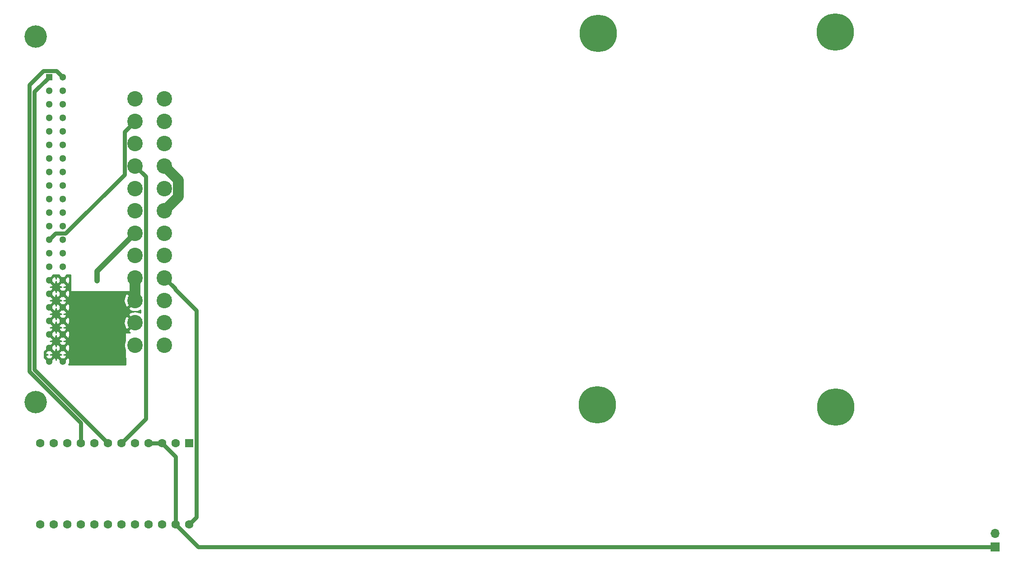
<source format=gbr>
%TF.GenerationSoftware,KiCad,Pcbnew,(5.1.9)-1*%
%TF.CreationDate,2021-07-01T20:44:51-05:00*%
%TF.ProjectId,FM Towns Pico Adapter,464d2054-6f77-46e7-9320-5069636f2041,rev?*%
%TF.SameCoordinates,Original*%
%TF.FileFunction,Copper,L1,Top*%
%TF.FilePolarity,Positive*%
%FSLAX46Y46*%
G04 Gerber Fmt 4.6, Leading zero omitted, Abs format (unit mm)*
G04 Created by KiCad (PCBNEW (5.1.9)-1) date 2021-07-01 20:44:51*
%MOMM*%
%LPD*%
G01*
G04 APERTURE LIST*
%TA.AperFunction,ComponentPad*%
%ADD10C,7.000000*%
%TD*%
%TA.AperFunction,ComponentPad*%
%ADD11C,0.800000*%
%TD*%
%TA.AperFunction,ComponentPad*%
%ADD12C,1.600000*%
%TD*%
%TA.AperFunction,ComponentPad*%
%ADD13R,1.600000X1.600000*%
%TD*%
%TA.AperFunction,ComponentPad*%
%ADD14O,1.700000X1.700000*%
%TD*%
%TA.AperFunction,ComponentPad*%
%ADD15R,1.700000X1.700000*%
%TD*%
%TA.AperFunction,ComponentPad*%
%ADD16C,2.900000*%
%TD*%
%TA.AperFunction,ComponentPad*%
%ADD17C,4.200000*%
%TD*%
%TA.AperFunction,ComponentPad*%
%ADD18C,1.300000*%
%TD*%
%TA.AperFunction,ComponentPad*%
%ADD19R,1.300000X1.300000*%
%TD*%
%TA.AperFunction,ViaPad*%
%ADD20C,0.800000*%
%TD*%
%TA.AperFunction,Conductor*%
%ADD21C,0.750000*%
%TD*%
%TA.AperFunction,Conductor*%
%ADD22C,1.000000*%
%TD*%
%TA.AperFunction,Conductor*%
%ADD23C,2.000000*%
%TD*%
%TA.AperFunction,Conductor*%
%ADD24C,0.254000*%
%TD*%
%TA.AperFunction,Conductor*%
%ADD25C,0.100000*%
%TD*%
G04 APERTURE END LIST*
D10*
%TO.P,PAD2,1*%
%TO.N,N/C*%
X149523500Y-133373000D03*
D11*
X149523500Y-130748000D03*
X151379655Y-131516845D03*
X152148500Y-133373000D03*
X151379655Y-135229155D03*
X149523500Y-135998000D03*
X147667345Y-135229155D03*
X146898500Y-133373000D03*
X147667345Y-131516845D03*
%TD*%
D10*
%TO.P,PAD1,1*%
%TO.N,N/C*%
X194227500Y-133817500D03*
D11*
X194227500Y-131192500D03*
X196083655Y-131961345D03*
X196852500Y-133817500D03*
X196083655Y-135673655D03*
X194227500Y-136442500D03*
X192371345Y-135673655D03*
X191602500Y-133817500D03*
X192371345Y-131961345D03*
%TD*%
D10*
%TO.P,PAD3,1*%
%TO.N,N/C*%
X149714000Y-63713500D03*
D11*
X149714000Y-61088500D03*
X151570155Y-61857345D03*
X152339000Y-63713500D03*
X151570155Y-65569655D03*
X149714000Y-66338500D03*
X147857845Y-65569655D03*
X147089000Y-63713500D03*
X147857845Y-61857345D03*
%TD*%
D10*
%TO.P,PAD4,1*%
%TO.N,N/C*%
X194164000Y-63459500D03*
D11*
X194164000Y-60834500D03*
X196020155Y-61603345D03*
X196789000Y-63459500D03*
X196020155Y-65315655D03*
X194164000Y-66084500D03*
X192307845Y-65315655D03*
X191539000Y-63459500D03*
X192307845Y-61603345D03*
%TD*%
D12*
%TO.P,U1,24*%
%TO.N,/5V_STBY*%
X72993160Y-155795960D03*
%TO.P,U1,23*%
%TO.N,GND*%
X70453160Y-155795960D03*
%TO.P,U1,22*%
%TO.N,Net-(U1-Pad22)*%
X67913160Y-155795960D03*
%TO.P,U1,21*%
%TO.N,Net-(U1-Pad21)*%
X65373160Y-155795960D03*
%TO.P,U1,20*%
%TO.N,Net-(U1-Pad20)*%
X62833160Y-155795960D03*
%TO.P,U1,19*%
%TO.N,Net-(U1-Pad19)*%
X60293160Y-155795960D03*
%TO.P,U1,18*%
%TO.N,Net-(U1-Pad18)*%
X57753160Y-155795960D03*
%TO.P,U1,17*%
%TO.N,Net-(U1-Pad17)*%
X55213160Y-155795960D03*
%TO.P,U1,16*%
%TO.N,Net-(U1-Pad16)*%
X52673160Y-155795960D03*
%TO.P,U1,15*%
%TO.N,Net-(U1-Pad15)*%
X50133160Y-155795960D03*
%TO.P,U1,14*%
%TO.N,Net-(U1-Pad14)*%
X47593160Y-155795960D03*
%TO.P,U1,13*%
%TO.N,Net-(U1-Pad13)*%
X45053160Y-155795960D03*
%TO.P,U1,12*%
%TO.N,Net-(U1-Pad12)*%
X45053160Y-140555960D03*
%TO.P,U1,11*%
%TO.N,Net-(U1-Pad11)*%
X47593160Y-140555960D03*
%TO.P,U1,10*%
%TO.N,Net-(U1-Pad10)*%
X50133160Y-140555960D03*
%TO.P,U1,9*%
%TO.N,/FM_PS_ON_N*%
X52673160Y-140555960D03*
%TO.P,U1,8*%
%TO.N,Net-(U1-Pad8)*%
X55213160Y-140555960D03*
%TO.P,U1,7*%
%TO.N,/FM_PS_OFF_N*%
X57753160Y-140555960D03*
%TO.P,U1,6*%
%TO.N,/PS_ON*%
X60293160Y-140555960D03*
%TO.P,U1,5*%
%TO.N,Net-(U1-Pad5)*%
X62833160Y-140555960D03*
%TO.P,U1,4*%
%TO.N,GND*%
X65373160Y-140555960D03*
%TO.P,U1,3*%
X67913160Y-140555960D03*
%TO.P,U1,2*%
%TO.N,Net-(U1-Pad2)*%
X70453160Y-140555960D03*
D13*
%TO.P,U1,1*%
%TO.N,Net-(U1-Pad1)*%
X72993160Y-140555960D03*
%TD*%
D14*
%TO.P,STOCK_FAN,2*%
%TO.N,+12V*%
X224140000Y-157510000D03*
D15*
%TO.P,STOCK_FAN,1*%
%TO.N,GND*%
X224140000Y-160050000D03*
%TD*%
D16*
%TO.P,J1,24*%
%TO.N,GND*%
X62857140Y-122170600D03*
%TO.P,J1,23*%
%TO.N,+5V*%
X62857140Y-117970600D03*
%TO.P,J1,22*%
X62857140Y-113770600D03*
%TO.P,J1,21*%
X62857140Y-109570600D03*
%TO.P,J1,20*%
%TO.N,Net-(J1-Pad20)*%
X62857140Y-105370600D03*
%TO.P,J1,19*%
%TO.N,GND*%
X62857140Y-101170600D03*
%TO.P,J1,18*%
X62857140Y-96970600D03*
%TO.P,J1,17*%
X62857140Y-92770600D03*
%TO.P,J1,16*%
%TO.N,/PS_ON*%
X62857140Y-88570600D03*
%TO.P,J1,15*%
%TO.N,GND*%
X62857140Y-84370600D03*
%TO.P,J1,14*%
%TO.N,-12V*%
X62857140Y-80170600D03*
%TO.P,J1,13*%
%TO.N,Net-(J1-Pad13)*%
X62857140Y-75970600D03*
%TO.P,J1,12*%
%TO.N,Net-(J1-Pad12)*%
X68357140Y-122170600D03*
%TO.P,J1,11*%
%TO.N,+12V*%
X68357140Y-117970600D03*
%TO.P,J1,10*%
X68357140Y-113770600D03*
%TO.P,J1,9*%
%TO.N,/5V_STBY*%
X68357140Y-109570600D03*
%TO.P,J1,8*%
%TO.N,Net-(J1-Pad8)*%
X68357140Y-105370600D03*
%TO.P,J1,7*%
%TO.N,GND*%
X68357140Y-101170600D03*
%TO.P,J1,6*%
%TO.N,+5V*%
X68357140Y-96970600D03*
%TO.P,J1,5*%
%TO.N,GND*%
X68357140Y-92770600D03*
%TO.P,J1,4*%
%TO.N,+5V*%
X68357140Y-88570600D03*
%TO.P,J1,3*%
%TO.N,GND*%
X68357140Y-84370600D03*
%TO.P,J1,2*%
%TO.N,Net-(J1-Pad2)*%
X68357140Y-80170600D03*
%TO.P,J1,1*%
%TO.N,Net-(J1-Pad1)*%
X68357140Y-75970600D03*
%TD*%
D17*
%TO.P,J2,MH2*%
%TO.N,Net-(J2-PadMH2)*%
X44196000Y-132842000D03*
%TO.P,J2,MH1*%
%TO.N,Net-(J2-PadMH1)*%
X44196000Y-64262000D03*
D18*
%TO.P,J2,B22*%
%TO.N,+5V*%
X49276000Y-125222000D03*
%TO.P,J2,B21*%
X49276000Y-122682000D03*
%TO.P,J2,B20*%
X49276000Y-120142000D03*
%TO.P,J2,B19*%
X49276000Y-117602000D03*
%TO.P,J2,B18*%
X49276000Y-115062000D03*
%TO.P,J2,B17*%
X49276000Y-112522000D03*
%TO.P,J2,B16*%
X49276000Y-109982000D03*
%TO.P,J2,B15*%
%TO.N,+12V*%
X49276000Y-107442000D03*
%TO.P,J2,B14*%
X49276000Y-104902000D03*
%TO.P,J2,B13*%
X49276000Y-102362000D03*
%TO.P,J2,B12*%
%TO.N,GND*%
X49276000Y-99822000D03*
%TO.P,J2,B11*%
X49276000Y-97282000D03*
%TO.P,J2,B10*%
X49276000Y-94742000D03*
%TO.P,J2,B9*%
X49276000Y-92202000D03*
%TO.P,J2,B8*%
X49276000Y-89662000D03*
%TO.P,J2,B7*%
X49276000Y-87122000D03*
%TO.P,J2,B6*%
X49276000Y-84582000D03*
%TO.P,J2,B5*%
X49276000Y-82042000D03*
%TO.P,J2,B4*%
X49276000Y-79502000D03*
%TO.P,J2,B3*%
X49276000Y-76962000D03*
%TO.P,J2,B2*%
X49276000Y-74422000D03*
%TO.P,J2,B1*%
%TO.N,/FM_PS_ON_N*%
X49276000Y-71882000D03*
%TO.P,J2,A22*%
%TO.N,+5V*%
X46736000Y-125222000D03*
%TO.P,J2,A21*%
X46736000Y-122682000D03*
%TO.P,J2,A20*%
X46736000Y-120142000D03*
%TO.P,J2,A19*%
X46736000Y-117602000D03*
%TO.P,J2,A18*%
X46736000Y-115062000D03*
%TO.P,J2,A17*%
X46736000Y-112522000D03*
%TO.P,J2,A16*%
X46736000Y-109982000D03*
%TO.P,J2,A15*%
%TO.N,+12V*%
X46736000Y-107442000D03*
%TO.P,J2,A14*%
X46736000Y-104902000D03*
%TO.P,J2,A13*%
%TO.N,-12V*%
X46736000Y-102362000D03*
%TO.P,J2,A12*%
%TO.N,GND*%
X46736000Y-99822000D03*
%TO.P,J2,A11*%
X46736000Y-97282000D03*
%TO.P,J2,A10*%
X46736000Y-94742000D03*
%TO.P,J2,A9*%
X46736000Y-92202000D03*
%TO.P,J2,A8*%
X46736000Y-89662000D03*
%TO.P,J2,A7*%
X46736000Y-87122000D03*
%TO.P,J2,A6*%
X46736000Y-84582000D03*
%TO.P,J2,A5*%
X46736000Y-82042000D03*
%TO.P,J2,A4*%
X46736000Y-79502000D03*
%TO.P,J2,A3*%
X46736000Y-76962000D03*
%TO.P,J2,A2*%
X46736000Y-74422000D03*
D19*
%TO.P,J2,A1*%
%TO.N,/FM_PS_OFF_N*%
X46736000Y-71882000D03*
%TD*%
D20*
%TO.N,GND*%
X55758080Y-110088680D03*
%TD*%
D21*
%TO.N,GND*%
X70453160Y-143095960D02*
X67913160Y-140555960D01*
X70453160Y-155795960D02*
X70453160Y-143095960D01*
X67913160Y-140555960D02*
X65373160Y-140555960D01*
X74707200Y-160050000D02*
X224140000Y-160050000D01*
X70453160Y-155795960D02*
X74707200Y-160050000D01*
D22*
X55758080Y-108269660D02*
X62857140Y-101170600D01*
X55758080Y-110088680D02*
X55758080Y-108269660D01*
D23*
%TO.N,+5V*%
X70959541Y-94368199D02*
X68357140Y-96970600D01*
X70959541Y-91173001D02*
X70959541Y-94368199D01*
X68357140Y-88570600D02*
X70959541Y-91173001D01*
X62857140Y-109570600D02*
X62857140Y-113770600D01*
D21*
%TO.N,-12V*%
X47913401Y-101184599D02*
X46736000Y-102362000D01*
X49841153Y-101184599D02*
X47913401Y-101184599D01*
X60879739Y-90146013D02*
X49841153Y-101184599D01*
X60879739Y-82148001D02*
X60879739Y-90146013D01*
X62857140Y-80170600D02*
X60879739Y-82148001D01*
%TO.N,/5V_STBY*%
X70334541Y-111548001D02*
X70334541Y-111675581D01*
X68357140Y-109570600D02*
X70334541Y-111548001D01*
X74320561Y-154468559D02*
X72993160Y-155795960D01*
X74320561Y-115661601D02*
X74320561Y-154468559D01*
X70334541Y-111675581D02*
X74320561Y-115661601D01*
%TO.N,/FM_PS_ON_N*%
X48098599Y-70704599D02*
X49276000Y-71882000D01*
X45664079Y-70704599D02*
X48098599Y-70704599D01*
X43025550Y-73343128D02*
X45664079Y-70704599D01*
X43025550Y-127104550D02*
X43025550Y-73343128D01*
X52673160Y-136752160D02*
X43025550Y-127104550D01*
X52673160Y-140555960D02*
X52673160Y-136752160D01*
%TO.N,/FM_PS_OFF_N*%
X57753160Y-140555960D02*
X43927960Y-126730760D01*
X43927960Y-124440880D02*
X43967400Y-124401440D01*
X43927960Y-126730760D02*
X43927960Y-124440880D01*
X43967400Y-74650600D02*
X46736000Y-71882000D01*
X43967400Y-124401440D02*
X43967400Y-74650600D01*
%TO.N,/PS_ON*%
X64834541Y-90548001D02*
X62857140Y-88570600D01*
X64834541Y-136014579D02*
X64834541Y-90548001D01*
X60293160Y-140555960D02*
X64834541Y-136014579D01*
%TD*%
D24*
%TO.N,+5V*%
X48601274Y-108962851D02*
X48570078Y-109096473D01*
X49276000Y-109802395D01*
X49981922Y-109096473D01*
X49953318Y-108973956D01*
X50714460Y-108980208D01*
X50733963Y-111969109D01*
X50736565Y-111993869D01*
X50743947Y-112017645D01*
X50755826Y-112039525D01*
X50771745Y-112058667D01*
X50791093Y-112074335D01*
X50813126Y-112085927D01*
X50836997Y-112092999D01*
X50861201Y-112095280D01*
X61696563Y-112074735D01*
X61580693Y-112314548D01*
X62857140Y-113590995D01*
X62871283Y-113576853D01*
X63050888Y-113756458D01*
X63036745Y-113770600D01*
X63050888Y-113784743D01*
X62871283Y-113964348D01*
X62857140Y-113950205D01*
X61580693Y-115226652D01*
X61730688Y-115537093D01*
X62096959Y-115722911D01*
X62492443Y-115833701D01*
X62901941Y-115865209D01*
X63309717Y-115816221D01*
X63700102Y-115688621D01*
X63824541Y-115622107D01*
X63824541Y-116123417D01*
X63617321Y-116018289D01*
X63221837Y-115907499D01*
X62812339Y-115875991D01*
X62404563Y-115924979D01*
X62014178Y-116052579D01*
X61730688Y-116204107D01*
X61580693Y-116514548D01*
X62857140Y-117790995D01*
X62871283Y-117776853D01*
X63050888Y-117956458D01*
X63036745Y-117970600D01*
X63050888Y-117984743D01*
X62871283Y-118164348D01*
X62857140Y-118150205D01*
X61580693Y-119426652D01*
X61730688Y-119737093D01*
X61872141Y-119808856D01*
X61078806Y-119796575D01*
X61053994Y-119798632D01*
X61030061Y-119805489D01*
X61007925Y-119816884D01*
X60988438Y-119832378D01*
X60972348Y-119851377D01*
X60960274Y-119873149D01*
X60952679Y-119896859D01*
X60949853Y-119925377D01*
X60969238Y-121280032D01*
X60852266Y-121562428D01*
X60772140Y-121965245D01*
X60772140Y-122375955D01*
X60852266Y-122778772D01*
X60995638Y-123124903D01*
X61034370Y-125831600D01*
X50409976Y-125831600D01*
X50496095Y-125644626D01*
X50555102Y-125398476D01*
X50564952Y-125145545D01*
X50525270Y-124895551D01*
X50437578Y-124658104D01*
X50390201Y-124569466D01*
X50161527Y-124516078D01*
X49455605Y-125222000D01*
X49469748Y-125236143D01*
X49290143Y-125415748D01*
X49276000Y-125401605D01*
X49261858Y-125415748D01*
X49082253Y-125236143D01*
X49096395Y-125222000D01*
X48390473Y-124516078D01*
X48161799Y-124569466D01*
X48055905Y-124799374D01*
X48004224Y-125014962D01*
X47985270Y-124895551D01*
X47897578Y-124658104D01*
X47850201Y-124569466D01*
X47621527Y-124516078D01*
X46915605Y-125222000D01*
X46929748Y-125236143D01*
X46750143Y-125415748D01*
X46736000Y-125401605D01*
X46721858Y-125415748D01*
X46542253Y-125236143D01*
X46556395Y-125222000D01*
X45850473Y-124516078D01*
X45805588Y-124526557D01*
X45822069Y-123567527D01*
X46030078Y-123567527D01*
X46083466Y-123796201D01*
X46313374Y-123902095D01*
X46528962Y-123953776D01*
X46409551Y-123972730D01*
X46172104Y-124060422D01*
X46083466Y-124107799D01*
X46030078Y-124336473D01*
X46736000Y-125042395D01*
X47441922Y-124336473D01*
X47388534Y-124107799D01*
X47158626Y-124001905D01*
X46943038Y-123950224D01*
X47062449Y-123931270D01*
X47299896Y-123843578D01*
X47388534Y-123796201D01*
X47441922Y-123567527D01*
X48570078Y-123567527D01*
X48623466Y-123796201D01*
X48853374Y-123902095D01*
X49068962Y-123953776D01*
X48949551Y-123972730D01*
X48712104Y-124060422D01*
X48623466Y-124107799D01*
X48570078Y-124336473D01*
X49276000Y-125042395D01*
X49981922Y-124336473D01*
X49928534Y-124107799D01*
X49698626Y-124001905D01*
X49483038Y-123950224D01*
X49602449Y-123931270D01*
X49839896Y-123843578D01*
X49928534Y-123796201D01*
X49981922Y-123567527D01*
X49276000Y-122861605D01*
X48570078Y-123567527D01*
X47441922Y-123567527D01*
X46736000Y-122861605D01*
X46030078Y-123567527D01*
X45822069Y-123567527D01*
X45825257Y-123382035D01*
X45850473Y-123387922D01*
X46556395Y-122682000D01*
X46915605Y-122682000D01*
X47621527Y-123387922D01*
X47850201Y-123334534D01*
X47956095Y-123104626D01*
X48007776Y-122889038D01*
X48026730Y-123008449D01*
X48114422Y-123245896D01*
X48161799Y-123334534D01*
X48390473Y-123387922D01*
X49096395Y-122682000D01*
X49455605Y-122682000D01*
X50161527Y-123387922D01*
X50390201Y-123334534D01*
X50496095Y-123104626D01*
X50555102Y-122858476D01*
X50564952Y-122605545D01*
X50525270Y-122355551D01*
X50437578Y-122118104D01*
X50390201Y-122029466D01*
X50161527Y-121976078D01*
X49455605Y-122682000D01*
X49096395Y-122682000D01*
X48390473Y-121976078D01*
X48161799Y-122029466D01*
X48055905Y-122259374D01*
X48004224Y-122474962D01*
X47985270Y-122355551D01*
X47897578Y-122118104D01*
X47850201Y-122029466D01*
X47621527Y-121976078D01*
X46915605Y-122682000D01*
X46556395Y-122682000D01*
X46542253Y-122667858D01*
X46721858Y-122488253D01*
X46736000Y-122502395D01*
X47441922Y-121796473D01*
X47388534Y-121567799D01*
X47158626Y-121461905D01*
X46943038Y-121410224D01*
X47062449Y-121391270D01*
X47299896Y-121303578D01*
X47388534Y-121256201D01*
X47441922Y-121027527D01*
X48570078Y-121027527D01*
X48623466Y-121256201D01*
X48853374Y-121362095D01*
X49068962Y-121413776D01*
X48949551Y-121432730D01*
X48712104Y-121520422D01*
X48623466Y-121567799D01*
X48570078Y-121796473D01*
X49276000Y-122502395D01*
X49981922Y-121796473D01*
X49928534Y-121567799D01*
X49698626Y-121461905D01*
X49483038Y-121410224D01*
X49602449Y-121391270D01*
X49839896Y-121303578D01*
X49928534Y-121256201D01*
X49981922Y-121027527D01*
X49276000Y-120321605D01*
X48570078Y-121027527D01*
X47441922Y-121027527D01*
X46736000Y-120321605D01*
X46721858Y-120335748D01*
X46542253Y-120156143D01*
X46556395Y-120142000D01*
X46915605Y-120142000D01*
X47621527Y-120847922D01*
X47850201Y-120794534D01*
X47956095Y-120564626D01*
X48007776Y-120349038D01*
X48026730Y-120468449D01*
X48114422Y-120705896D01*
X48161799Y-120794534D01*
X48390473Y-120847922D01*
X49096395Y-120142000D01*
X49455605Y-120142000D01*
X50161527Y-120847922D01*
X50390201Y-120794534D01*
X50496095Y-120564626D01*
X50555102Y-120318476D01*
X50564952Y-120065545D01*
X50525270Y-119815551D01*
X50437578Y-119578104D01*
X50390201Y-119489466D01*
X50161527Y-119436078D01*
X49455605Y-120142000D01*
X49096395Y-120142000D01*
X48390473Y-119436078D01*
X48161799Y-119489466D01*
X48055905Y-119719374D01*
X48004224Y-119934962D01*
X47985270Y-119815551D01*
X47897578Y-119578104D01*
X47850201Y-119489466D01*
X47621527Y-119436078D01*
X46915605Y-120142000D01*
X46556395Y-120142000D01*
X46542253Y-120127858D01*
X46721858Y-119948253D01*
X46736000Y-119962395D01*
X47441922Y-119256473D01*
X47388534Y-119027799D01*
X47158626Y-118921905D01*
X46943038Y-118870224D01*
X47062449Y-118851270D01*
X47299896Y-118763578D01*
X47388534Y-118716201D01*
X47441922Y-118487527D01*
X48570078Y-118487527D01*
X48623466Y-118716201D01*
X48853374Y-118822095D01*
X49068962Y-118873776D01*
X48949551Y-118892730D01*
X48712104Y-118980422D01*
X48623466Y-119027799D01*
X48570078Y-119256473D01*
X49276000Y-119962395D01*
X49981922Y-119256473D01*
X49928534Y-119027799D01*
X49698626Y-118921905D01*
X49483038Y-118870224D01*
X49602449Y-118851270D01*
X49839896Y-118763578D01*
X49928534Y-118716201D01*
X49981922Y-118487527D01*
X49276000Y-117781605D01*
X48570078Y-118487527D01*
X47441922Y-118487527D01*
X46736000Y-117781605D01*
X46721858Y-117795748D01*
X46542253Y-117616143D01*
X46556395Y-117602000D01*
X46915605Y-117602000D01*
X47621527Y-118307922D01*
X47850201Y-118254534D01*
X47956095Y-118024626D01*
X48007776Y-117809038D01*
X48026730Y-117928449D01*
X48114422Y-118165896D01*
X48161799Y-118254534D01*
X48390473Y-118307922D01*
X49096395Y-117602000D01*
X49455605Y-117602000D01*
X50161527Y-118307922D01*
X50390201Y-118254534D01*
X50496095Y-118024626D01*
X50498306Y-118015401D01*
X60762531Y-118015401D01*
X60811519Y-118423177D01*
X60939119Y-118813562D01*
X61090647Y-119097052D01*
X61401088Y-119247047D01*
X62677535Y-117970600D01*
X61401088Y-116694153D01*
X61090647Y-116844148D01*
X60904829Y-117210419D01*
X60794039Y-117605903D01*
X60762531Y-118015401D01*
X50498306Y-118015401D01*
X50555102Y-117778476D01*
X50564952Y-117525545D01*
X50525270Y-117275551D01*
X50437578Y-117038104D01*
X50390201Y-116949466D01*
X50161527Y-116896078D01*
X49455605Y-117602000D01*
X49096395Y-117602000D01*
X48390473Y-116896078D01*
X48161799Y-116949466D01*
X48055905Y-117179374D01*
X48004224Y-117394962D01*
X47985270Y-117275551D01*
X47897578Y-117038104D01*
X47850201Y-116949466D01*
X47621527Y-116896078D01*
X46915605Y-117602000D01*
X46556395Y-117602000D01*
X46542253Y-117587858D01*
X46721858Y-117408253D01*
X46736000Y-117422395D01*
X47441922Y-116716473D01*
X47388534Y-116487799D01*
X47158626Y-116381905D01*
X46943038Y-116330224D01*
X47062449Y-116311270D01*
X47299896Y-116223578D01*
X47388534Y-116176201D01*
X47441922Y-115947527D01*
X48570078Y-115947527D01*
X48623466Y-116176201D01*
X48853374Y-116282095D01*
X49068962Y-116333776D01*
X48949551Y-116352730D01*
X48712104Y-116440422D01*
X48623466Y-116487799D01*
X48570078Y-116716473D01*
X49276000Y-117422395D01*
X49981922Y-116716473D01*
X49928534Y-116487799D01*
X49698626Y-116381905D01*
X49483038Y-116330224D01*
X49602449Y-116311270D01*
X49839896Y-116223578D01*
X49928534Y-116176201D01*
X49981922Y-115947527D01*
X49276000Y-115241605D01*
X48570078Y-115947527D01*
X47441922Y-115947527D01*
X46736000Y-115241605D01*
X46721858Y-115255748D01*
X46542253Y-115076143D01*
X46556395Y-115062000D01*
X46915605Y-115062000D01*
X47621527Y-115767922D01*
X47850201Y-115714534D01*
X47956095Y-115484626D01*
X48007776Y-115269038D01*
X48026730Y-115388449D01*
X48114422Y-115625896D01*
X48161799Y-115714534D01*
X48390473Y-115767922D01*
X49096395Y-115062000D01*
X49455605Y-115062000D01*
X50161527Y-115767922D01*
X50390201Y-115714534D01*
X50496095Y-115484626D01*
X50555102Y-115238476D01*
X50564952Y-114985545D01*
X50525270Y-114735551D01*
X50437578Y-114498104D01*
X50390201Y-114409466D01*
X50161527Y-114356078D01*
X49455605Y-115062000D01*
X49096395Y-115062000D01*
X48390473Y-114356078D01*
X48161799Y-114409466D01*
X48055905Y-114639374D01*
X48004224Y-114854962D01*
X47985270Y-114735551D01*
X47897578Y-114498104D01*
X47850201Y-114409466D01*
X47621527Y-114356078D01*
X46915605Y-115062000D01*
X46556395Y-115062000D01*
X46542253Y-115047858D01*
X46721858Y-114868253D01*
X46736000Y-114882395D01*
X47441922Y-114176473D01*
X47388534Y-113947799D01*
X47158626Y-113841905D01*
X46943038Y-113790224D01*
X47062449Y-113771270D01*
X47299896Y-113683578D01*
X47388534Y-113636201D01*
X47441922Y-113407527D01*
X48570078Y-113407527D01*
X48623466Y-113636201D01*
X48853374Y-113742095D01*
X49068962Y-113793776D01*
X48949551Y-113812730D01*
X48712104Y-113900422D01*
X48623466Y-113947799D01*
X48570078Y-114176473D01*
X49276000Y-114882395D01*
X49981922Y-114176473D01*
X49928534Y-113947799D01*
X49698626Y-113841905D01*
X49588065Y-113815401D01*
X60762531Y-113815401D01*
X60811519Y-114223177D01*
X60939119Y-114613562D01*
X61090647Y-114897052D01*
X61401088Y-115047047D01*
X62677535Y-113770600D01*
X61401088Y-112494153D01*
X61090647Y-112644148D01*
X60904829Y-113010419D01*
X60794039Y-113405903D01*
X60762531Y-113815401D01*
X49588065Y-113815401D01*
X49483038Y-113790224D01*
X49602449Y-113771270D01*
X49839896Y-113683578D01*
X49928534Y-113636201D01*
X49981922Y-113407527D01*
X49276000Y-112701605D01*
X48570078Y-113407527D01*
X47441922Y-113407527D01*
X46736000Y-112701605D01*
X46721858Y-112715748D01*
X46542253Y-112536143D01*
X46556395Y-112522000D01*
X46915605Y-112522000D01*
X47621527Y-113227922D01*
X47850201Y-113174534D01*
X47956095Y-112944626D01*
X48007776Y-112729038D01*
X48026730Y-112848449D01*
X48114422Y-113085896D01*
X48161799Y-113174534D01*
X48390473Y-113227922D01*
X49096395Y-112522000D01*
X49455605Y-112522000D01*
X50161527Y-113227922D01*
X50390201Y-113174534D01*
X50496095Y-112944626D01*
X50555102Y-112698476D01*
X50564952Y-112445545D01*
X50525270Y-112195551D01*
X50437578Y-111958104D01*
X50390201Y-111869466D01*
X50161527Y-111816078D01*
X49455605Y-112522000D01*
X49096395Y-112522000D01*
X48390473Y-111816078D01*
X48161799Y-111869466D01*
X48055905Y-112099374D01*
X48004224Y-112314962D01*
X47985270Y-112195551D01*
X47897578Y-111958104D01*
X47850201Y-111869466D01*
X47621527Y-111816078D01*
X46915605Y-112522000D01*
X46556395Y-112522000D01*
X46542253Y-112507858D01*
X46721858Y-112328253D01*
X46736000Y-112342395D01*
X47441922Y-111636473D01*
X47388534Y-111407799D01*
X47158626Y-111301905D01*
X46943038Y-111250224D01*
X47062449Y-111231270D01*
X47299896Y-111143578D01*
X47388534Y-111096201D01*
X47441922Y-110867527D01*
X48570078Y-110867527D01*
X48623466Y-111096201D01*
X48853374Y-111202095D01*
X49068962Y-111253776D01*
X48949551Y-111272730D01*
X48712104Y-111360422D01*
X48623466Y-111407799D01*
X48570078Y-111636473D01*
X49276000Y-112342395D01*
X49981922Y-111636473D01*
X49928534Y-111407799D01*
X49698626Y-111301905D01*
X49483038Y-111250224D01*
X49602449Y-111231270D01*
X49839896Y-111143578D01*
X49928534Y-111096201D01*
X49981922Y-110867527D01*
X49276000Y-110161605D01*
X48570078Y-110867527D01*
X47441922Y-110867527D01*
X46736000Y-110161605D01*
X46721858Y-110175748D01*
X46542253Y-109996143D01*
X46556395Y-109982000D01*
X46915605Y-109982000D01*
X47621527Y-110687922D01*
X47850201Y-110634534D01*
X47956095Y-110404626D01*
X48007776Y-110189038D01*
X48026730Y-110308449D01*
X48114422Y-110545896D01*
X48161799Y-110634534D01*
X48390473Y-110687922D01*
X49096395Y-109982000D01*
X49455605Y-109982000D01*
X50161527Y-110687922D01*
X50390201Y-110634534D01*
X50496095Y-110404626D01*
X50555102Y-110158476D01*
X50564952Y-109905545D01*
X50525270Y-109655551D01*
X50437578Y-109418104D01*
X50390201Y-109329466D01*
X50161527Y-109276078D01*
X49455605Y-109982000D01*
X49096395Y-109982000D01*
X48390473Y-109276078D01*
X48161799Y-109329466D01*
X48055905Y-109559374D01*
X48004224Y-109774962D01*
X47985270Y-109655551D01*
X47897578Y-109418104D01*
X47850201Y-109329466D01*
X47621527Y-109276078D01*
X46915605Y-109982000D01*
X46556395Y-109982000D01*
X46542253Y-109967858D01*
X46721858Y-109788253D01*
X46736000Y-109802395D01*
X47441922Y-109096473D01*
X47408438Y-108953054D01*
X48601274Y-108962851D01*
%TA.AperFunction,Conductor*%
D25*
G36*
X48601274Y-108962851D02*
G01*
X48570078Y-109096473D01*
X49276000Y-109802395D01*
X49981922Y-109096473D01*
X49953318Y-108973956D01*
X50714460Y-108980208D01*
X50733963Y-111969109D01*
X50736565Y-111993869D01*
X50743947Y-112017645D01*
X50755826Y-112039525D01*
X50771745Y-112058667D01*
X50791093Y-112074335D01*
X50813126Y-112085927D01*
X50836997Y-112092999D01*
X50861201Y-112095280D01*
X61696563Y-112074735D01*
X61580693Y-112314548D01*
X62857140Y-113590995D01*
X62871283Y-113576853D01*
X63050888Y-113756458D01*
X63036745Y-113770600D01*
X63050888Y-113784743D01*
X62871283Y-113964348D01*
X62857140Y-113950205D01*
X61580693Y-115226652D01*
X61730688Y-115537093D01*
X62096959Y-115722911D01*
X62492443Y-115833701D01*
X62901941Y-115865209D01*
X63309717Y-115816221D01*
X63700102Y-115688621D01*
X63824541Y-115622107D01*
X63824541Y-116123417D01*
X63617321Y-116018289D01*
X63221837Y-115907499D01*
X62812339Y-115875991D01*
X62404563Y-115924979D01*
X62014178Y-116052579D01*
X61730688Y-116204107D01*
X61580693Y-116514548D01*
X62857140Y-117790995D01*
X62871283Y-117776853D01*
X63050888Y-117956458D01*
X63036745Y-117970600D01*
X63050888Y-117984743D01*
X62871283Y-118164348D01*
X62857140Y-118150205D01*
X61580693Y-119426652D01*
X61730688Y-119737093D01*
X61872141Y-119808856D01*
X61078806Y-119796575D01*
X61053994Y-119798632D01*
X61030061Y-119805489D01*
X61007925Y-119816884D01*
X60988438Y-119832378D01*
X60972348Y-119851377D01*
X60960274Y-119873149D01*
X60952679Y-119896859D01*
X60949853Y-119925377D01*
X60969238Y-121280032D01*
X60852266Y-121562428D01*
X60772140Y-121965245D01*
X60772140Y-122375955D01*
X60852266Y-122778772D01*
X60995638Y-123124903D01*
X61034370Y-125831600D01*
X50409976Y-125831600D01*
X50496095Y-125644626D01*
X50555102Y-125398476D01*
X50564952Y-125145545D01*
X50525270Y-124895551D01*
X50437578Y-124658104D01*
X50390201Y-124569466D01*
X50161527Y-124516078D01*
X49455605Y-125222000D01*
X49469748Y-125236143D01*
X49290143Y-125415748D01*
X49276000Y-125401605D01*
X49261858Y-125415748D01*
X49082253Y-125236143D01*
X49096395Y-125222000D01*
X48390473Y-124516078D01*
X48161799Y-124569466D01*
X48055905Y-124799374D01*
X48004224Y-125014962D01*
X47985270Y-124895551D01*
X47897578Y-124658104D01*
X47850201Y-124569466D01*
X47621527Y-124516078D01*
X46915605Y-125222000D01*
X46929748Y-125236143D01*
X46750143Y-125415748D01*
X46736000Y-125401605D01*
X46721858Y-125415748D01*
X46542253Y-125236143D01*
X46556395Y-125222000D01*
X45850473Y-124516078D01*
X45805588Y-124526557D01*
X45822069Y-123567527D01*
X46030078Y-123567527D01*
X46083466Y-123796201D01*
X46313374Y-123902095D01*
X46528962Y-123953776D01*
X46409551Y-123972730D01*
X46172104Y-124060422D01*
X46083466Y-124107799D01*
X46030078Y-124336473D01*
X46736000Y-125042395D01*
X47441922Y-124336473D01*
X47388534Y-124107799D01*
X47158626Y-124001905D01*
X46943038Y-123950224D01*
X47062449Y-123931270D01*
X47299896Y-123843578D01*
X47388534Y-123796201D01*
X47441922Y-123567527D01*
X48570078Y-123567527D01*
X48623466Y-123796201D01*
X48853374Y-123902095D01*
X49068962Y-123953776D01*
X48949551Y-123972730D01*
X48712104Y-124060422D01*
X48623466Y-124107799D01*
X48570078Y-124336473D01*
X49276000Y-125042395D01*
X49981922Y-124336473D01*
X49928534Y-124107799D01*
X49698626Y-124001905D01*
X49483038Y-123950224D01*
X49602449Y-123931270D01*
X49839896Y-123843578D01*
X49928534Y-123796201D01*
X49981922Y-123567527D01*
X49276000Y-122861605D01*
X48570078Y-123567527D01*
X47441922Y-123567527D01*
X46736000Y-122861605D01*
X46030078Y-123567527D01*
X45822069Y-123567527D01*
X45825257Y-123382035D01*
X45850473Y-123387922D01*
X46556395Y-122682000D01*
X46915605Y-122682000D01*
X47621527Y-123387922D01*
X47850201Y-123334534D01*
X47956095Y-123104626D01*
X48007776Y-122889038D01*
X48026730Y-123008449D01*
X48114422Y-123245896D01*
X48161799Y-123334534D01*
X48390473Y-123387922D01*
X49096395Y-122682000D01*
X49455605Y-122682000D01*
X50161527Y-123387922D01*
X50390201Y-123334534D01*
X50496095Y-123104626D01*
X50555102Y-122858476D01*
X50564952Y-122605545D01*
X50525270Y-122355551D01*
X50437578Y-122118104D01*
X50390201Y-122029466D01*
X50161527Y-121976078D01*
X49455605Y-122682000D01*
X49096395Y-122682000D01*
X48390473Y-121976078D01*
X48161799Y-122029466D01*
X48055905Y-122259374D01*
X48004224Y-122474962D01*
X47985270Y-122355551D01*
X47897578Y-122118104D01*
X47850201Y-122029466D01*
X47621527Y-121976078D01*
X46915605Y-122682000D01*
X46556395Y-122682000D01*
X46542253Y-122667858D01*
X46721858Y-122488253D01*
X46736000Y-122502395D01*
X47441922Y-121796473D01*
X47388534Y-121567799D01*
X47158626Y-121461905D01*
X46943038Y-121410224D01*
X47062449Y-121391270D01*
X47299896Y-121303578D01*
X47388534Y-121256201D01*
X47441922Y-121027527D01*
X48570078Y-121027527D01*
X48623466Y-121256201D01*
X48853374Y-121362095D01*
X49068962Y-121413776D01*
X48949551Y-121432730D01*
X48712104Y-121520422D01*
X48623466Y-121567799D01*
X48570078Y-121796473D01*
X49276000Y-122502395D01*
X49981922Y-121796473D01*
X49928534Y-121567799D01*
X49698626Y-121461905D01*
X49483038Y-121410224D01*
X49602449Y-121391270D01*
X49839896Y-121303578D01*
X49928534Y-121256201D01*
X49981922Y-121027527D01*
X49276000Y-120321605D01*
X48570078Y-121027527D01*
X47441922Y-121027527D01*
X46736000Y-120321605D01*
X46721858Y-120335748D01*
X46542253Y-120156143D01*
X46556395Y-120142000D01*
X46915605Y-120142000D01*
X47621527Y-120847922D01*
X47850201Y-120794534D01*
X47956095Y-120564626D01*
X48007776Y-120349038D01*
X48026730Y-120468449D01*
X48114422Y-120705896D01*
X48161799Y-120794534D01*
X48390473Y-120847922D01*
X49096395Y-120142000D01*
X49455605Y-120142000D01*
X50161527Y-120847922D01*
X50390201Y-120794534D01*
X50496095Y-120564626D01*
X50555102Y-120318476D01*
X50564952Y-120065545D01*
X50525270Y-119815551D01*
X50437578Y-119578104D01*
X50390201Y-119489466D01*
X50161527Y-119436078D01*
X49455605Y-120142000D01*
X49096395Y-120142000D01*
X48390473Y-119436078D01*
X48161799Y-119489466D01*
X48055905Y-119719374D01*
X48004224Y-119934962D01*
X47985270Y-119815551D01*
X47897578Y-119578104D01*
X47850201Y-119489466D01*
X47621527Y-119436078D01*
X46915605Y-120142000D01*
X46556395Y-120142000D01*
X46542253Y-120127858D01*
X46721858Y-119948253D01*
X46736000Y-119962395D01*
X47441922Y-119256473D01*
X47388534Y-119027799D01*
X47158626Y-118921905D01*
X46943038Y-118870224D01*
X47062449Y-118851270D01*
X47299896Y-118763578D01*
X47388534Y-118716201D01*
X47441922Y-118487527D01*
X48570078Y-118487527D01*
X48623466Y-118716201D01*
X48853374Y-118822095D01*
X49068962Y-118873776D01*
X48949551Y-118892730D01*
X48712104Y-118980422D01*
X48623466Y-119027799D01*
X48570078Y-119256473D01*
X49276000Y-119962395D01*
X49981922Y-119256473D01*
X49928534Y-119027799D01*
X49698626Y-118921905D01*
X49483038Y-118870224D01*
X49602449Y-118851270D01*
X49839896Y-118763578D01*
X49928534Y-118716201D01*
X49981922Y-118487527D01*
X49276000Y-117781605D01*
X48570078Y-118487527D01*
X47441922Y-118487527D01*
X46736000Y-117781605D01*
X46721858Y-117795748D01*
X46542253Y-117616143D01*
X46556395Y-117602000D01*
X46915605Y-117602000D01*
X47621527Y-118307922D01*
X47850201Y-118254534D01*
X47956095Y-118024626D01*
X48007776Y-117809038D01*
X48026730Y-117928449D01*
X48114422Y-118165896D01*
X48161799Y-118254534D01*
X48390473Y-118307922D01*
X49096395Y-117602000D01*
X49455605Y-117602000D01*
X50161527Y-118307922D01*
X50390201Y-118254534D01*
X50496095Y-118024626D01*
X50498306Y-118015401D01*
X60762531Y-118015401D01*
X60811519Y-118423177D01*
X60939119Y-118813562D01*
X61090647Y-119097052D01*
X61401088Y-119247047D01*
X62677535Y-117970600D01*
X61401088Y-116694153D01*
X61090647Y-116844148D01*
X60904829Y-117210419D01*
X60794039Y-117605903D01*
X60762531Y-118015401D01*
X50498306Y-118015401D01*
X50555102Y-117778476D01*
X50564952Y-117525545D01*
X50525270Y-117275551D01*
X50437578Y-117038104D01*
X50390201Y-116949466D01*
X50161527Y-116896078D01*
X49455605Y-117602000D01*
X49096395Y-117602000D01*
X48390473Y-116896078D01*
X48161799Y-116949466D01*
X48055905Y-117179374D01*
X48004224Y-117394962D01*
X47985270Y-117275551D01*
X47897578Y-117038104D01*
X47850201Y-116949466D01*
X47621527Y-116896078D01*
X46915605Y-117602000D01*
X46556395Y-117602000D01*
X46542253Y-117587858D01*
X46721858Y-117408253D01*
X46736000Y-117422395D01*
X47441922Y-116716473D01*
X47388534Y-116487799D01*
X47158626Y-116381905D01*
X46943038Y-116330224D01*
X47062449Y-116311270D01*
X47299896Y-116223578D01*
X47388534Y-116176201D01*
X47441922Y-115947527D01*
X48570078Y-115947527D01*
X48623466Y-116176201D01*
X48853374Y-116282095D01*
X49068962Y-116333776D01*
X48949551Y-116352730D01*
X48712104Y-116440422D01*
X48623466Y-116487799D01*
X48570078Y-116716473D01*
X49276000Y-117422395D01*
X49981922Y-116716473D01*
X49928534Y-116487799D01*
X49698626Y-116381905D01*
X49483038Y-116330224D01*
X49602449Y-116311270D01*
X49839896Y-116223578D01*
X49928534Y-116176201D01*
X49981922Y-115947527D01*
X49276000Y-115241605D01*
X48570078Y-115947527D01*
X47441922Y-115947527D01*
X46736000Y-115241605D01*
X46721858Y-115255748D01*
X46542253Y-115076143D01*
X46556395Y-115062000D01*
X46915605Y-115062000D01*
X47621527Y-115767922D01*
X47850201Y-115714534D01*
X47956095Y-115484626D01*
X48007776Y-115269038D01*
X48026730Y-115388449D01*
X48114422Y-115625896D01*
X48161799Y-115714534D01*
X48390473Y-115767922D01*
X49096395Y-115062000D01*
X49455605Y-115062000D01*
X50161527Y-115767922D01*
X50390201Y-115714534D01*
X50496095Y-115484626D01*
X50555102Y-115238476D01*
X50564952Y-114985545D01*
X50525270Y-114735551D01*
X50437578Y-114498104D01*
X50390201Y-114409466D01*
X50161527Y-114356078D01*
X49455605Y-115062000D01*
X49096395Y-115062000D01*
X48390473Y-114356078D01*
X48161799Y-114409466D01*
X48055905Y-114639374D01*
X48004224Y-114854962D01*
X47985270Y-114735551D01*
X47897578Y-114498104D01*
X47850201Y-114409466D01*
X47621527Y-114356078D01*
X46915605Y-115062000D01*
X46556395Y-115062000D01*
X46542253Y-115047858D01*
X46721858Y-114868253D01*
X46736000Y-114882395D01*
X47441922Y-114176473D01*
X47388534Y-113947799D01*
X47158626Y-113841905D01*
X46943038Y-113790224D01*
X47062449Y-113771270D01*
X47299896Y-113683578D01*
X47388534Y-113636201D01*
X47441922Y-113407527D01*
X48570078Y-113407527D01*
X48623466Y-113636201D01*
X48853374Y-113742095D01*
X49068962Y-113793776D01*
X48949551Y-113812730D01*
X48712104Y-113900422D01*
X48623466Y-113947799D01*
X48570078Y-114176473D01*
X49276000Y-114882395D01*
X49981922Y-114176473D01*
X49928534Y-113947799D01*
X49698626Y-113841905D01*
X49588065Y-113815401D01*
X60762531Y-113815401D01*
X60811519Y-114223177D01*
X60939119Y-114613562D01*
X61090647Y-114897052D01*
X61401088Y-115047047D01*
X62677535Y-113770600D01*
X61401088Y-112494153D01*
X61090647Y-112644148D01*
X60904829Y-113010419D01*
X60794039Y-113405903D01*
X60762531Y-113815401D01*
X49588065Y-113815401D01*
X49483038Y-113790224D01*
X49602449Y-113771270D01*
X49839896Y-113683578D01*
X49928534Y-113636201D01*
X49981922Y-113407527D01*
X49276000Y-112701605D01*
X48570078Y-113407527D01*
X47441922Y-113407527D01*
X46736000Y-112701605D01*
X46721858Y-112715748D01*
X46542253Y-112536143D01*
X46556395Y-112522000D01*
X46915605Y-112522000D01*
X47621527Y-113227922D01*
X47850201Y-113174534D01*
X47956095Y-112944626D01*
X48007776Y-112729038D01*
X48026730Y-112848449D01*
X48114422Y-113085896D01*
X48161799Y-113174534D01*
X48390473Y-113227922D01*
X49096395Y-112522000D01*
X49455605Y-112522000D01*
X50161527Y-113227922D01*
X50390201Y-113174534D01*
X50496095Y-112944626D01*
X50555102Y-112698476D01*
X50564952Y-112445545D01*
X50525270Y-112195551D01*
X50437578Y-111958104D01*
X50390201Y-111869466D01*
X50161527Y-111816078D01*
X49455605Y-112522000D01*
X49096395Y-112522000D01*
X48390473Y-111816078D01*
X48161799Y-111869466D01*
X48055905Y-112099374D01*
X48004224Y-112314962D01*
X47985270Y-112195551D01*
X47897578Y-111958104D01*
X47850201Y-111869466D01*
X47621527Y-111816078D01*
X46915605Y-112522000D01*
X46556395Y-112522000D01*
X46542253Y-112507858D01*
X46721858Y-112328253D01*
X46736000Y-112342395D01*
X47441922Y-111636473D01*
X47388534Y-111407799D01*
X47158626Y-111301905D01*
X46943038Y-111250224D01*
X47062449Y-111231270D01*
X47299896Y-111143578D01*
X47388534Y-111096201D01*
X47441922Y-110867527D01*
X48570078Y-110867527D01*
X48623466Y-111096201D01*
X48853374Y-111202095D01*
X49068962Y-111253776D01*
X48949551Y-111272730D01*
X48712104Y-111360422D01*
X48623466Y-111407799D01*
X48570078Y-111636473D01*
X49276000Y-112342395D01*
X49981922Y-111636473D01*
X49928534Y-111407799D01*
X49698626Y-111301905D01*
X49483038Y-111250224D01*
X49602449Y-111231270D01*
X49839896Y-111143578D01*
X49928534Y-111096201D01*
X49981922Y-110867527D01*
X49276000Y-110161605D01*
X48570078Y-110867527D01*
X47441922Y-110867527D01*
X46736000Y-110161605D01*
X46721858Y-110175748D01*
X46542253Y-109996143D01*
X46556395Y-109982000D01*
X46915605Y-109982000D01*
X47621527Y-110687922D01*
X47850201Y-110634534D01*
X47956095Y-110404626D01*
X48007776Y-110189038D01*
X48026730Y-110308449D01*
X48114422Y-110545896D01*
X48161799Y-110634534D01*
X48390473Y-110687922D01*
X49096395Y-109982000D01*
X49455605Y-109982000D01*
X50161527Y-110687922D01*
X50390201Y-110634534D01*
X50496095Y-110404626D01*
X50555102Y-110158476D01*
X50564952Y-109905545D01*
X50525270Y-109655551D01*
X50437578Y-109418104D01*
X50390201Y-109329466D01*
X50161527Y-109276078D01*
X49455605Y-109982000D01*
X49096395Y-109982000D01*
X48390473Y-109276078D01*
X48161799Y-109329466D01*
X48055905Y-109559374D01*
X48004224Y-109774962D01*
X47985270Y-109655551D01*
X47897578Y-109418104D01*
X47850201Y-109329466D01*
X47621527Y-109276078D01*
X46915605Y-109982000D01*
X46556395Y-109982000D01*
X46542253Y-109967858D01*
X46721858Y-109788253D01*
X46736000Y-109802395D01*
X47441922Y-109096473D01*
X47408438Y-108953054D01*
X48601274Y-108962851D01*
G37*
%TD.AperFunction*%
%TD*%
M02*

</source>
